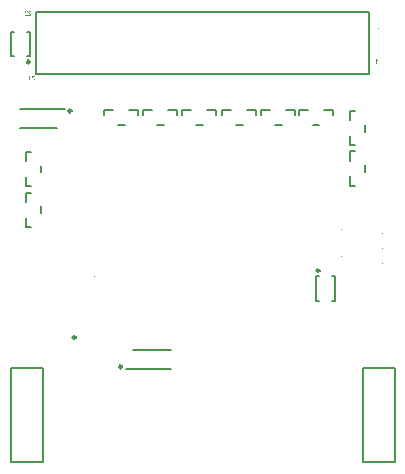
<source format=gbo>
G04*
G04 #@! TF.GenerationSoftware,Altium Limited,Altium Designer,22.9.1 (49)*
G04*
G04 Layer_Color=32896*
%FSLAX44Y44*%
%MOMM*%
G71*
G04*
G04 #@! TF.SameCoordinates,160F3373-32AC-4E58-B31D-FCE43EB9D5FB*
G04*
G04*
G04 #@! TF.FilePolarity,Positive*
G04*
G01*
G75*
%ADD10C,0.2500*%
%ADD11C,0.2000*%
%ADD12C,0.1000*%
%ADD13C,0.2540*%
%ADD15C,0.1524*%
G36*
X24759Y390853D02*
X24855Y390845D01*
X24942Y390832D01*
X25025Y390812D01*
X25104Y390791D01*
X25175Y390766D01*
X25242Y390741D01*
X25300Y390716D01*
X25354Y390686D01*
X25400Y390662D01*
X25442Y390637D01*
X25475Y390616D01*
X25500Y390595D01*
X25517Y390582D01*
X25529Y390574D01*
X25533Y390570D01*
X25592Y390516D01*
X25642Y390453D01*
X25688Y390391D01*
X25729Y390320D01*
X25763Y390253D01*
X25796Y390187D01*
X25821Y390116D01*
X25842Y390053D01*
X25863Y389991D01*
X25875Y389933D01*
X25887Y389878D01*
X25896Y389833D01*
X25900Y389795D01*
X25904Y389770D01*
X25908Y389753D01*
Y389745D01*
X25425Y389695D01*
X25421Y389762D01*
X25417Y389824D01*
X25392Y389933D01*
X25359Y390033D01*
X25342Y390074D01*
X25321Y390112D01*
X25304Y390145D01*
X25284Y390174D01*
X25267Y390199D01*
X25254Y390220D01*
X25238Y390237D01*
X25229Y390249D01*
X25225Y390253D01*
X25221Y390257D01*
X25179Y390295D01*
X25138Y390328D01*
X25092Y390353D01*
X25046Y390378D01*
X24954Y390416D01*
X24867Y390441D01*
X24792Y390453D01*
X24759Y390462D01*
X24729D01*
X24704Y390466D01*
X24613D01*
X24555Y390457D01*
X24450Y390437D01*
X24363Y390403D01*
X24284Y390370D01*
X24225Y390332D01*
X24200Y390316D01*
X24180Y390299D01*
X24163Y390287D01*
X24151Y390278D01*
X24146Y390274D01*
X24142Y390270D01*
X24105Y390233D01*
X24076Y390195D01*
X24046Y390158D01*
X24025Y390116D01*
X23988Y390037D01*
X23963Y389962D01*
X23951Y389899D01*
X23942Y389870D01*
Y389845D01*
X23938Y389828D01*
Y389812D01*
Y389803D01*
Y389799D01*
X23942Y389749D01*
X23946Y389699D01*
X23971Y389599D01*
X24009Y389504D01*
X24051Y389416D01*
X24092Y389341D01*
X24109Y389312D01*
X24130Y389283D01*
X24142Y389262D01*
X24155Y389245D01*
X24159Y389237D01*
X24163Y389233D01*
X24209Y389174D01*
X24263Y389112D01*
X24325Y389045D01*
X24392Y388979D01*
X24530Y388841D01*
X24671Y388712D01*
X24738Y388650D01*
X24804Y388595D01*
X24863Y388545D01*
X24913Y388504D01*
X24954Y388466D01*
X24984Y388441D01*
X25004Y388420D01*
X25013Y388416D01*
X25088Y388354D01*
X25154Y388296D01*
X25221Y388241D01*
X25279Y388187D01*
X25338Y388137D01*
X25388Y388087D01*
X25433Y388046D01*
X25475Y388004D01*
X25513Y387966D01*
X25542Y387933D01*
X25571Y387904D01*
X25592Y387883D01*
X25613Y387862D01*
X25625Y387850D01*
X25629Y387841D01*
X25633Y387837D01*
X25708Y387746D01*
X25771Y387654D01*
X25825Y387566D01*
X25867Y387487D01*
X25900Y387421D01*
X25912Y387392D01*
X25925Y387371D01*
X25933Y387350D01*
X25938Y387337D01*
X25942Y387329D01*
Y387325D01*
X25963Y387267D01*
X25975Y387208D01*
X25988Y387154D01*
X25992Y387104D01*
X25996Y387062D01*
Y387029D01*
Y387008D01*
Y387000D01*
X23451D01*
Y387454D01*
X25346D01*
X25279Y387546D01*
X25246Y387587D01*
X25213Y387625D01*
X25183Y387658D01*
X25163Y387683D01*
X25146Y387700D01*
X25142Y387704D01*
X25117Y387729D01*
X25084Y387762D01*
X25046Y387796D01*
X25004Y387833D01*
X24917Y387916D01*
X24825Y387996D01*
X24738Y388070D01*
X24700Y388104D01*
X24663Y388133D01*
X24638Y388158D01*
X24613Y388175D01*
X24600Y388187D01*
X24596Y388191D01*
X24504Y388270D01*
X24417Y388345D01*
X24338Y388412D01*
X24267Y388479D01*
X24200Y388537D01*
X24142Y388595D01*
X24088Y388645D01*
X24038Y388691D01*
X23996Y388729D01*
X23963Y388766D01*
X23934Y388795D01*
X23909Y388820D01*
X23892Y388841D01*
X23876Y388854D01*
X23871Y388862D01*
X23867Y388866D01*
X23788Y388958D01*
X23726Y389041D01*
X23671Y389120D01*
X23626Y389191D01*
X23592Y389249D01*
X23567Y389295D01*
X23559Y389312D01*
X23555Y389324D01*
X23551Y389329D01*
Y389333D01*
X23517Y389416D01*
X23496Y389499D01*
X23480Y389574D01*
X23467Y389645D01*
X23459Y389703D01*
X23455Y389749D01*
Y389766D01*
Y389778D01*
Y389783D01*
Y389787D01*
X23459Y389870D01*
X23467Y389949D01*
X23484Y390024D01*
X23505Y390099D01*
X23530Y390166D01*
X23559Y390228D01*
X23588Y390287D01*
X23617Y390337D01*
X23646Y390387D01*
X23676Y390428D01*
X23705Y390466D01*
X23730Y390495D01*
X23751Y390516D01*
X23767Y390537D01*
X23776Y390545D01*
X23780Y390549D01*
X23842Y390603D01*
X23909Y390649D01*
X23980Y390691D01*
X24055Y390728D01*
X24125Y390757D01*
X24200Y390782D01*
X24271Y390803D01*
X24342Y390820D01*
X24405Y390832D01*
X24467Y390841D01*
X24521Y390849D01*
X24567Y390853D01*
X24604Y390857D01*
X24659D01*
X24759Y390853D01*
D02*
G37*
G36*
X21772D02*
X21868Y390845D01*
X21955Y390832D01*
X22039Y390812D01*
X22118Y390791D01*
X22188Y390766D01*
X22255Y390741D01*
X22313Y390716D01*
X22368Y390686D01*
X22413Y390662D01*
X22455Y390637D01*
X22488Y390616D01*
X22513Y390595D01*
X22530Y390582D01*
X22543Y390574D01*
X22547Y390570D01*
X22605Y390516D01*
X22655Y390453D01*
X22701Y390391D01*
X22743Y390320D01*
X22776Y390253D01*
X22809Y390187D01*
X22834Y390116D01*
X22855Y390053D01*
X22876Y389991D01*
X22888Y389933D01*
X22901Y389878D01*
X22909Y389833D01*
X22913Y389795D01*
X22917Y389770D01*
X22922Y389753D01*
Y389745D01*
X22438Y389695D01*
X22434Y389762D01*
X22430Y389824D01*
X22405Y389933D01*
X22372Y390033D01*
X22355Y390074D01*
X22334Y390112D01*
X22318Y390145D01*
X22297Y390174D01*
X22280Y390199D01*
X22268Y390220D01*
X22251Y390237D01*
X22243Y390249D01*
X22239Y390253D01*
X22234Y390257D01*
X22193Y390295D01*
X22151Y390328D01*
X22105Y390353D01*
X22059Y390378D01*
X21968Y390416D01*
X21880Y390441D01*
X21805Y390453D01*
X21772Y390462D01*
X21743D01*
X21718Y390466D01*
X21626D01*
X21568Y390457D01*
X21464Y390437D01*
X21376Y390403D01*
X21297Y390370D01*
X21239Y390332D01*
X21214Y390316D01*
X21193Y390299D01*
X21176Y390287D01*
X21164Y390278D01*
X21160Y390274D01*
X21155Y390270D01*
X21118Y390233D01*
X21089Y390195D01*
X21060Y390158D01*
X21039Y390116D01*
X21001Y390037D01*
X20976Y389962D01*
X20964Y389899D01*
X20956Y389870D01*
Y389845D01*
X20951Y389828D01*
Y389812D01*
Y389803D01*
Y389799D01*
X20956Y389749D01*
X20960Y389699D01*
X20985Y389599D01*
X21022Y389504D01*
X21064Y389416D01*
X21105Y389341D01*
X21122Y389312D01*
X21143Y389283D01*
X21155Y389262D01*
X21168Y389245D01*
X21172Y389237D01*
X21176Y389233D01*
X21222Y389174D01*
X21276Y389112D01*
X21339Y389045D01*
X21405Y388979D01*
X21543Y388841D01*
X21684Y388712D01*
X21751Y388650D01*
X21818Y388595D01*
X21876Y388545D01*
X21926Y388504D01*
X21968Y388466D01*
X21997Y388441D01*
X22018Y388420D01*
X22026Y388416D01*
X22101Y388354D01*
X22168Y388296D01*
X22234Y388241D01*
X22293Y388187D01*
X22351Y388137D01*
X22401Y388087D01*
X22447Y388046D01*
X22488Y388004D01*
X22526Y387966D01*
X22555Y387933D01*
X22584Y387904D01*
X22605Y387883D01*
X22626Y387862D01*
X22638Y387850D01*
X22643Y387841D01*
X22647Y387837D01*
X22722Y387746D01*
X22784Y387654D01*
X22838Y387566D01*
X22880Y387487D01*
X22913Y387421D01*
X22926Y387392D01*
X22938Y387371D01*
X22947Y387350D01*
X22951Y387337D01*
X22955Y387329D01*
Y387325D01*
X22976Y387267D01*
X22988Y387208D01*
X23001Y387154D01*
X23005Y387104D01*
X23009Y387062D01*
Y387029D01*
Y387008D01*
Y387000D01*
X20464D01*
Y387454D01*
X22359D01*
X22293Y387546D01*
X22259Y387587D01*
X22226Y387625D01*
X22197Y387658D01*
X22176Y387683D01*
X22159Y387700D01*
X22155Y387704D01*
X22130Y387729D01*
X22097Y387762D01*
X22059Y387796D01*
X22018Y387833D01*
X21930Y387916D01*
X21839Y387996D01*
X21751Y388070D01*
X21714Y388104D01*
X21676Y388133D01*
X21651Y388158D01*
X21626Y388175D01*
X21614Y388187D01*
X21609Y388191D01*
X21518Y388270D01*
X21430Y388345D01*
X21351Y388412D01*
X21280Y388479D01*
X21214Y388537D01*
X21155Y388595D01*
X21101Y388645D01*
X21051Y388691D01*
X21010Y388729D01*
X20976Y388766D01*
X20947Y388795D01*
X20922Y388820D01*
X20905Y388841D01*
X20889Y388854D01*
X20885Y388862D01*
X20880Y388866D01*
X20801Y388958D01*
X20739Y389041D01*
X20685Y389120D01*
X20639Y389191D01*
X20605Y389249D01*
X20581Y389295D01*
X20572Y389312D01*
X20568Y389324D01*
X20564Y389329D01*
Y389333D01*
X20531Y389416D01*
X20510Y389499D01*
X20493Y389574D01*
X20481Y389645D01*
X20472Y389703D01*
X20468Y389749D01*
Y389766D01*
Y389778D01*
Y389783D01*
Y389787D01*
X20472Y389870D01*
X20481Y389949D01*
X20497Y390024D01*
X20518Y390099D01*
X20543Y390166D01*
X20572Y390228D01*
X20601Y390287D01*
X20631Y390337D01*
X20660Y390387D01*
X20689Y390428D01*
X20718Y390466D01*
X20743Y390495D01*
X20764Y390516D01*
X20780Y390537D01*
X20789Y390545D01*
X20793Y390549D01*
X20856Y390603D01*
X20922Y390649D01*
X20993Y390691D01*
X21068Y390728D01*
X21139Y390757D01*
X21214Y390782D01*
X21284Y390803D01*
X21355Y390820D01*
X21418Y390832D01*
X21480Y390841D01*
X21535Y390849D01*
X21580Y390853D01*
X21618Y390857D01*
X21672D01*
X21772Y390853D01*
D02*
G37*
G36*
X27759Y335853D02*
X27854Y335845D01*
X27942Y335832D01*
X28025Y335812D01*
X28104Y335791D01*
X28175Y335766D01*
X28242Y335741D01*
X28300Y335716D01*
X28354Y335687D01*
X28400Y335662D01*
X28442Y335637D01*
X28475Y335616D01*
X28500Y335595D01*
X28517Y335582D01*
X28529Y335574D01*
X28533Y335570D01*
X28592Y335516D01*
X28642Y335453D01*
X28688Y335391D01*
X28729Y335320D01*
X28763Y335253D01*
X28796Y335187D01*
X28821Y335116D01*
X28842Y335053D01*
X28863Y334991D01*
X28875Y334933D01*
X28888Y334878D01*
X28896Y334833D01*
X28900Y334795D01*
X28904Y334770D01*
X28908Y334753D01*
Y334745D01*
X28425Y334695D01*
X28421Y334762D01*
X28417Y334824D01*
X28392Y334933D01*
X28359Y335033D01*
X28342Y335074D01*
X28321Y335112D01*
X28304Y335145D01*
X28284Y335174D01*
X28267Y335199D01*
X28254Y335220D01*
X28238Y335237D01*
X28229Y335249D01*
X28225Y335253D01*
X28221Y335257D01*
X28179Y335295D01*
X28138Y335328D01*
X28092Y335353D01*
X28046Y335378D01*
X27954Y335416D01*
X27867Y335441D01*
X27792Y335453D01*
X27759Y335462D01*
X27729D01*
X27705Y335466D01*
X27613D01*
X27555Y335457D01*
X27450Y335437D01*
X27363Y335403D01*
X27284Y335370D01*
X27225Y335332D01*
X27201Y335316D01*
X27180Y335299D01*
X27163Y335287D01*
X27150Y335278D01*
X27146Y335274D01*
X27142Y335270D01*
X27105Y335233D01*
X27076Y335195D01*
X27046Y335158D01*
X27025Y335116D01*
X26988Y335037D01*
X26963Y334962D01*
X26951Y334899D01*
X26942Y334870D01*
Y334845D01*
X26938Y334828D01*
Y334812D01*
Y334803D01*
Y334799D01*
X26942Y334749D01*
X26946Y334699D01*
X26971Y334599D01*
X27009Y334504D01*
X27050Y334416D01*
X27092Y334341D01*
X27109Y334312D01*
X27130Y334283D01*
X27142Y334262D01*
X27155Y334245D01*
X27159Y334237D01*
X27163Y334233D01*
X27209Y334174D01*
X27263Y334112D01*
X27325Y334045D01*
X27392Y333979D01*
X27529Y333841D01*
X27671Y333712D01*
X27738Y333650D01*
X27805Y333595D01*
X27863Y333545D01*
X27913Y333504D01*
X27954Y333466D01*
X27984Y333441D01*
X28004Y333420D01*
X28013Y333416D01*
X28088Y333354D01*
X28154Y333296D01*
X28221Y333241D01*
X28279Y333187D01*
X28338Y333137D01*
X28388Y333087D01*
X28433Y333046D01*
X28475Y333004D01*
X28513Y332966D01*
X28542Y332933D01*
X28571Y332904D01*
X28592Y332883D01*
X28613Y332862D01*
X28625Y332850D01*
X28629Y332841D01*
X28633Y332837D01*
X28708Y332746D01*
X28771Y332654D01*
X28825Y332566D01*
X28867Y332487D01*
X28900Y332421D01*
X28912Y332392D01*
X28925Y332371D01*
X28933Y332350D01*
X28937Y332337D01*
X28942Y332329D01*
Y332325D01*
X28963Y332267D01*
X28975Y332208D01*
X28988Y332154D01*
X28992Y332104D01*
X28996Y332062D01*
Y332029D01*
Y332008D01*
Y332000D01*
X26451D01*
Y332454D01*
X28346D01*
X28279Y332546D01*
X28246Y332587D01*
X28213Y332625D01*
X28184Y332658D01*
X28163Y332683D01*
X28146Y332700D01*
X28142Y332704D01*
X28117Y332729D01*
X28084Y332762D01*
X28046Y332796D01*
X28004Y332833D01*
X27917Y332916D01*
X27825Y332996D01*
X27738Y333071D01*
X27700Y333104D01*
X27663Y333133D01*
X27638Y333158D01*
X27613Y333175D01*
X27600Y333187D01*
X27596Y333191D01*
X27504Y333270D01*
X27417Y333345D01*
X27338Y333412D01*
X27267Y333479D01*
X27201Y333537D01*
X27142Y333595D01*
X27088Y333645D01*
X27038Y333691D01*
X26996Y333729D01*
X26963Y333766D01*
X26934Y333795D01*
X26909Y333820D01*
X26892Y333841D01*
X26876Y333854D01*
X26871Y333862D01*
X26867Y333866D01*
X26788Y333958D01*
X26726Y334041D01*
X26671Y334120D01*
X26626Y334191D01*
X26592Y334249D01*
X26567Y334295D01*
X26559Y334312D01*
X26555Y334324D01*
X26551Y334329D01*
Y334333D01*
X26517Y334416D01*
X26497Y334499D01*
X26480Y334574D01*
X26467Y334645D01*
X26459Y334703D01*
X26455Y334749D01*
Y334766D01*
Y334779D01*
Y334783D01*
Y334787D01*
X26459Y334870D01*
X26467Y334949D01*
X26484Y335024D01*
X26505Y335099D01*
X26530Y335166D01*
X26559Y335228D01*
X26588Y335287D01*
X26617Y335337D01*
X26646Y335387D01*
X26676Y335428D01*
X26705Y335466D01*
X26730Y335495D01*
X26751Y335516D01*
X26767Y335537D01*
X26776Y335545D01*
X26780Y335549D01*
X26842Y335603D01*
X26909Y335649D01*
X26980Y335691D01*
X27055Y335728D01*
X27125Y335757D01*
X27201Y335782D01*
X27271Y335803D01*
X27342Y335820D01*
X27405Y335832D01*
X27467Y335841D01*
X27521Y335849D01*
X27567Y335853D01*
X27604Y335857D01*
X27659D01*
X27759Y335853D01*
D02*
G37*
G36*
X24526Y335761D02*
X24589Y335670D01*
X24659Y335582D01*
X24730Y335507D01*
X24793Y335437D01*
X24822Y335412D01*
X24843Y335387D01*
X24864Y335366D01*
X24880Y335353D01*
X24889Y335345D01*
X24893Y335341D01*
X25005Y335245D01*
X25126Y335162D01*
X25243Y335083D01*
X25351Y335016D01*
X25397Y334991D01*
X25443Y334966D01*
X25484Y334941D01*
X25518Y334924D01*
X25547Y334912D01*
X25568Y334899D01*
X25580Y334895D01*
X25584Y334891D01*
Y334437D01*
X25501Y334470D01*
X25413Y334508D01*
X25330Y334549D01*
X25255Y334587D01*
X25189Y334624D01*
X25159Y334637D01*
X25134Y334654D01*
X25113Y334662D01*
X25101Y334670D01*
X25093Y334678D01*
X25089D01*
X24989Y334741D01*
X24901Y334799D01*
X24822Y334853D01*
X24759Y334903D01*
X24705Y334945D01*
X24668Y334974D01*
X24647Y334995D01*
X24639Y335003D01*
Y332000D01*
X24168D01*
Y335857D01*
X24472D01*
X24526Y335761D01*
D02*
G37*
G36*
X321059Y376853D02*
X321155Y376845D01*
X321242Y376832D01*
X321325Y376811D01*
X321404Y376791D01*
X321475Y376766D01*
X321542Y376741D01*
X321600Y376716D01*
X321654Y376687D01*
X321700Y376662D01*
X321742Y376637D01*
X321775Y376616D01*
X321800Y376595D01*
X321817Y376582D01*
X321829Y376574D01*
X321833Y376570D01*
X321892Y376516D01*
X321942Y376453D01*
X321988Y376391D01*
X322029Y376320D01*
X322063Y376253D01*
X322096Y376187D01*
X322121Y376116D01*
X322142Y376053D01*
X322163Y375991D01*
X322175Y375933D01*
X322188Y375878D01*
X322196Y375833D01*
X322200Y375795D01*
X322204Y375770D01*
X322208Y375754D01*
Y375745D01*
X321725Y375695D01*
X321721Y375762D01*
X321717Y375824D01*
X321692Y375933D01*
X321659Y376033D01*
X321642Y376074D01*
X321621Y376112D01*
X321604Y376145D01*
X321584Y376174D01*
X321567Y376199D01*
X321554Y376220D01*
X321538Y376237D01*
X321529Y376249D01*
X321525Y376253D01*
X321521Y376258D01*
X321479Y376295D01*
X321438Y376328D01*
X321392Y376353D01*
X321346Y376378D01*
X321254Y376416D01*
X321167Y376441D01*
X321092Y376453D01*
X321059Y376462D01*
X321030D01*
X321004Y376466D01*
X320913D01*
X320854Y376457D01*
X320750Y376437D01*
X320663Y376403D01*
X320584Y376370D01*
X320525Y376333D01*
X320500Y376316D01*
X320480Y376299D01*
X320463Y376287D01*
X320451Y376278D01*
X320446Y376274D01*
X320442Y376270D01*
X320405Y376232D01*
X320376Y376195D01*
X320346Y376157D01*
X320326Y376116D01*
X320288Y376037D01*
X320263Y375962D01*
X320251Y375899D01*
X320242Y375870D01*
Y375845D01*
X320238Y375829D01*
Y375812D01*
Y375803D01*
Y375799D01*
X320242Y375749D01*
X320246Y375699D01*
X320271Y375599D01*
X320309Y375504D01*
X320350Y375416D01*
X320392Y375341D01*
X320409Y375312D01*
X320430Y375283D01*
X320442Y375262D01*
X320455Y375245D01*
X320459Y375237D01*
X320463Y375233D01*
X320509Y375174D01*
X320563Y375112D01*
X320625Y375045D01*
X320692Y374979D01*
X320830Y374841D01*
X320971Y374712D01*
X321038Y374650D01*
X321105Y374595D01*
X321163Y374546D01*
X321213Y374504D01*
X321254Y374466D01*
X321284Y374441D01*
X321304Y374421D01*
X321313Y374416D01*
X321388Y374354D01*
X321454Y374296D01*
X321521Y374241D01*
X321579Y374187D01*
X321638Y374137D01*
X321688Y374087D01*
X321734Y374046D01*
X321775Y374004D01*
X321813Y373966D01*
X321842Y373933D01*
X321871Y373904D01*
X321892Y373883D01*
X321913Y373862D01*
X321925Y373850D01*
X321929Y373842D01*
X321933Y373837D01*
X322008Y373746D01*
X322071Y373654D01*
X322125Y373567D01*
X322167Y373487D01*
X322200Y373421D01*
X322212Y373392D01*
X322225Y373371D01*
X322233Y373350D01*
X322238Y373337D01*
X322242Y373329D01*
Y373325D01*
X322262Y373267D01*
X322275Y373208D01*
X322287Y373154D01*
X322292Y373104D01*
X322296Y373063D01*
Y373029D01*
Y373008D01*
Y373000D01*
X319751D01*
Y373454D01*
X321646D01*
X321579Y373546D01*
X321546Y373587D01*
X321513Y373625D01*
X321483Y373658D01*
X321463Y373683D01*
X321446Y373700D01*
X321442Y373704D01*
X321417Y373729D01*
X321384Y373762D01*
X321346Y373796D01*
X321304Y373833D01*
X321217Y373916D01*
X321125Y373996D01*
X321038Y374071D01*
X321000Y374104D01*
X320963Y374133D01*
X320938Y374158D01*
X320913Y374175D01*
X320900Y374187D01*
X320896Y374191D01*
X320804Y374271D01*
X320717Y374346D01*
X320638Y374412D01*
X320567Y374479D01*
X320500Y374537D01*
X320442Y374595D01*
X320388Y374645D01*
X320338Y374691D01*
X320296Y374729D01*
X320263Y374766D01*
X320234Y374795D01*
X320209Y374820D01*
X320192Y374841D01*
X320176Y374854D01*
X320171Y374862D01*
X320167Y374866D01*
X320088Y374958D01*
X320026Y375041D01*
X319971Y375120D01*
X319926Y375191D01*
X319892Y375249D01*
X319867Y375295D01*
X319859Y375312D01*
X319855Y375324D01*
X319851Y375329D01*
Y375333D01*
X319817Y375416D01*
X319797Y375499D01*
X319780Y375574D01*
X319767Y375645D01*
X319759Y375704D01*
X319755Y375749D01*
Y375766D01*
Y375779D01*
Y375783D01*
Y375787D01*
X319759Y375870D01*
X319767Y375949D01*
X319784Y376024D01*
X319805Y376099D01*
X319830Y376166D01*
X319859Y376228D01*
X319888Y376287D01*
X319917Y376337D01*
X319946Y376387D01*
X319976Y376428D01*
X320005Y376466D01*
X320030Y376495D01*
X320051Y376516D01*
X320067Y376537D01*
X320076Y376545D01*
X320080Y376549D01*
X320142Y376603D01*
X320209Y376649D01*
X320280Y376691D01*
X320355Y376728D01*
X320425Y376757D01*
X320500Y376782D01*
X320571Y376803D01*
X320642Y376820D01*
X320705Y376832D01*
X320767Y376841D01*
X320821Y376849D01*
X320867Y376853D01*
X320905Y376857D01*
X320959D01*
X321059Y376853D01*
D02*
G37*
G36*
X318242Y349762D02*
X318304Y349670D01*
X318375Y349582D01*
X318446Y349507D01*
X318508Y349437D01*
X318538Y349412D01*
X318559Y349387D01*
X318579Y349366D01*
X318596Y349353D01*
X318604Y349345D01*
X318608Y349341D01*
X318721Y349245D01*
X318842Y349162D01*
X318958Y349083D01*
X319067Y349016D01*
X319112Y348991D01*
X319158Y348966D01*
X319200Y348941D01*
X319233Y348924D01*
X319263Y348912D01*
X319283Y348899D01*
X319296Y348895D01*
X319300Y348891D01*
Y348437D01*
X319217Y348470D01*
X319129Y348508D01*
X319046Y348549D01*
X318971Y348587D01*
X318904Y348624D01*
X318875Y348637D01*
X318850Y348653D01*
X318829Y348662D01*
X318817Y348670D01*
X318808Y348679D01*
X318804D01*
X318704Y348741D01*
X318617Y348799D01*
X318538Y348853D01*
X318475Y348903D01*
X318421Y348945D01*
X318384Y348974D01*
X318363Y348995D01*
X318354Y349003D01*
Y346000D01*
X317884D01*
Y349857D01*
X318188D01*
X318242Y349762D01*
D02*
G37*
D10*
X63550Y114500D02*
G03*
X63550Y114500I-1250J0D01*
G01*
D11*
X295398Y277000D02*
X299629D01*
X295398D02*
Y284860D01*
Y306000D02*
X299629D01*
X308398Y288640D02*
Y294360D01*
X295398Y298140D02*
Y306000D01*
X21500Y263640D02*
Y271500D01*
X34500Y254140D02*
Y259860D01*
X21500Y271500D02*
X25731D01*
X21500Y242500D02*
Y250360D01*
Y242500D02*
X25731D01*
X21500Y229140D02*
Y237000D01*
X34500Y219640D02*
Y225360D01*
X21500Y237000D02*
X25731D01*
X21500Y208000D02*
Y215860D01*
Y208000D02*
X25731D01*
X208640Y307000D02*
X216500D01*
X199140Y294000D02*
X204860D01*
X216500Y302769D02*
Y307000D01*
X187500D02*
X195360D01*
X187500Y302769D02*
Y307000D01*
X174640D02*
X182500D01*
X165140Y294000D02*
X170860D01*
X182500Y302769D02*
Y307000D01*
X153500D02*
X161360D01*
X153500Y302769D02*
Y307000D01*
X141640D02*
X149500D01*
X132140Y294000D02*
X137860D01*
X149500Y302769D02*
Y307000D01*
X120500D02*
X128360D01*
X120500Y302769D02*
Y307000D01*
X108640D02*
X116500D01*
X99140Y294000D02*
X104860D01*
X116500Y302769D02*
Y307000D01*
X87500D02*
X95360D01*
X87500Y302769D02*
Y307000D01*
X241640D02*
X249500D01*
X232140Y294000D02*
X237860D01*
X249500Y302769D02*
Y307000D01*
X220500D02*
X228360D01*
X220500Y302769D02*
Y307000D01*
X273640D02*
X281500D01*
X264140Y294000D02*
X269860D01*
X281500Y302769D02*
Y307000D01*
X252500D02*
X260360D01*
X252500Y302769D02*
Y307000D01*
X295398Y264140D02*
Y272000D01*
X308398Y254640D02*
Y260360D01*
X295398Y272000D02*
X299629D01*
X295398Y243000D02*
Y250860D01*
Y243000D02*
X299629D01*
X16000Y292000D02*
X48000D01*
X16000Y308000D02*
X54000D01*
X112000Y104000D02*
X144000D01*
X106000Y88000D02*
X144000D01*
X29800Y337850D02*
Y390150D01*
X312200D01*
X29800Y337850D02*
X312200D01*
Y390150D01*
X8550Y88600D02*
X35450D01*
Y9400D02*
Y88600D01*
X8550Y9400D02*
X35450D01*
X8550D02*
Y88600D01*
X306550D02*
X333450D01*
Y9400D02*
Y88600D01*
X306550Y9400D02*
X333450D01*
X306550D02*
Y88600D01*
D12*
X323500Y189750D02*
G03*
X323500Y189750I-500J0D01*
G01*
Y202750D02*
G03*
X323500Y202750I-500J0D01*
G01*
X288500Y205650D02*
G03*
X288500Y205650I-500J0D01*
G01*
Y183250D02*
G03*
X288500Y183250I-500J0D01*
G01*
X323300Y176750D02*
G03*
X323300Y176750I-500J0D01*
G01*
X79500Y165750D02*
G03*
X79500Y165750I-500J0D01*
G01*
D13*
X59940Y306350D02*
G03*
X59940Y306350I-1270J0D01*
G01*
X102600Y89650D02*
G03*
X102600Y89650I-1270J0D01*
G01*
X269920Y171035D02*
G03*
X269920Y171035I-1270J0D01*
G01*
X24620Y347760D02*
G03*
X24620Y347760I-1270J0D01*
G01*
D15*
X266872Y145508D02*
X269641D01*
X283128D02*
Y166082D01*
X280359Y145508D02*
X283128D01*
X266872D02*
Y166082D01*
X269641D01*
X280359D02*
X283128D01*
X22359Y373287D02*
X25128D01*
X8872Y352713D02*
Y373287D01*
X11641D01*
X25128Y352713D02*
Y373287D01*
X22359Y352713D02*
X25128D01*
X8872D02*
X11641D01*
M02*

</source>
